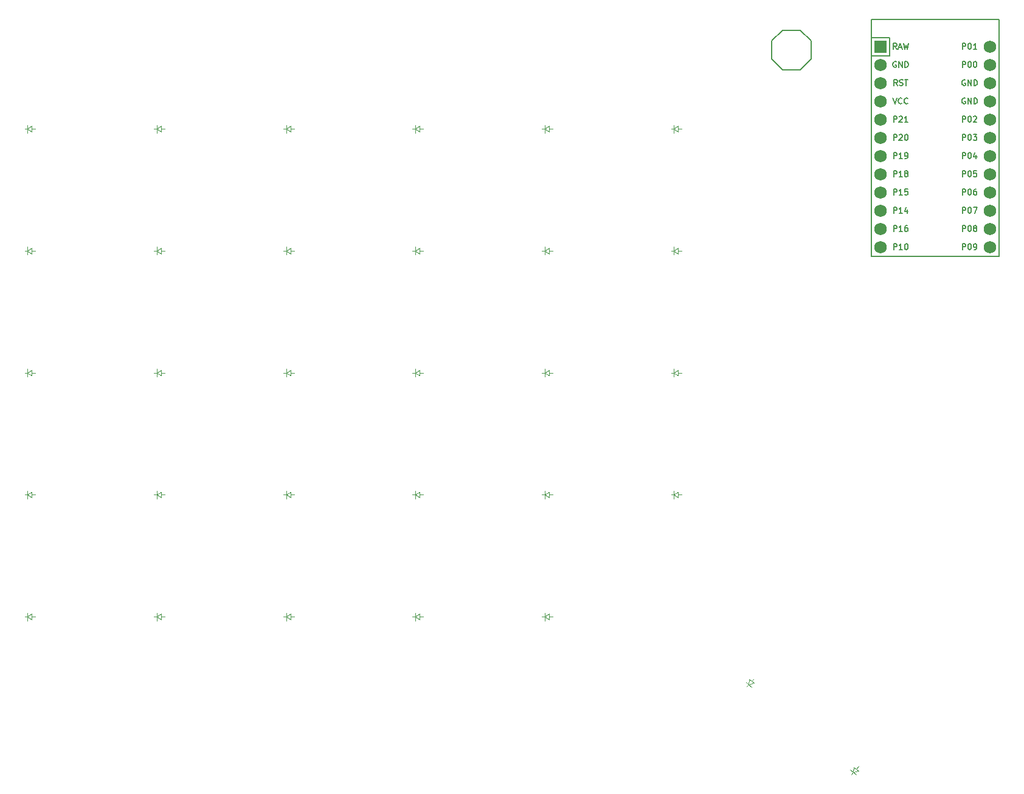
<source format=gbr>
%TF.GenerationSoftware,KiCad,Pcbnew,7.0.7-2.fc38*%
%TF.CreationDate,2023-08-26T22:09:36+08:00*%
%TF.ProjectId,split_keyboard_I,73706c69-745f-46b6-9579-626f6172645f,v1.0.0*%
%TF.SameCoordinates,Original*%
%TF.FileFunction,Legend,Top*%
%TF.FilePolarity,Positive*%
%FSLAX46Y46*%
G04 Gerber Fmt 4.6, Leading zero omitted, Abs format (unit mm)*
G04 Created by KiCad (PCBNEW 7.0.7-2.fc38) date 2023-08-26 22:09:36*
%MOMM*%
%LPD*%
G01*
G04 APERTURE LIST*
%ADD10C,0.150000*%
%ADD11C,0.100000*%
%ADD12R,1.752600X1.752600*%
%ADD13C,1.752600*%
G04 APERTURE END LIST*
D10*
X279828571Y-96212295D02*
X279828571Y-95412295D01*
X279828571Y-95412295D02*
X280133333Y-95412295D01*
X280133333Y-95412295D02*
X280209523Y-95450390D01*
X280209523Y-95450390D02*
X280247618Y-95488485D01*
X280247618Y-95488485D02*
X280285714Y-95564676D01*
X280285714Y-95564676D02*
X280285714Y-95678961D01*
X280285714Y-95678961D02*
X280247618Y-95755152D01*
X280247618Y-95755152D02*
X280209523Y-95793247D01*
X280209523Y-95793247D02*
X280133333Y-95831342D01*
X280133333Y-95831342D02*
X279828571Y-95831342D01*
X280780952Y-95412295D02*
X280857142Y-95412295D01*
X280857142Y-95412295D02*
X280933333Y-95450390D01*
X280933333Y-95450390D02*
X280971428Y-95488485D01*
X280971428Y-95488485D02*
X281009523Y-95564676D01*
X281009523Y-95564676D02*
X281047618Y-95717057D01*
X281047618Y-95717057D02*
X281047618Y-95907533D01*
X281047618Y-95907533D02*
X281009523Y-96059914D01*
X281009523Y-96059914D02*
X280971428Y-96136104D01*
X280971428Y-96136104D02*
X280933333Y-96174200D01*
X280933333Y-96174200D02*
X280857142Y-96212295D01*
X280857142Y-96212295D02*
X280780952Y-96212295D01*
X280780952Y-96212295D02*
X280704761Y-96174200D01*
X280704761Y-96174200D02*
X280666666Y-96136104D01*
X280666666Y-96136104D02*
X280628571Y-96059914D01*
X280628571Y-96059914D02*
X280590475Y-95907533D01*
X280590475Y-95907533D02*
X280590475Y-95717057D01*
X280590475Y-95717057D02*
X280628571Y-95564676D01*
X280628571Y-95564676D02*
X280666666Y-95488485D01*
X280666666Y-95488485D02*
X280704761Y-95450390D01*
X280704761Y-95450390D02*
X280780952Y-95412295D01*
X281733333Y-95412295D02*
X281580952Y-95412295D01*
X281580952Y-95412295D02*
X281504761Y-95450390D01*
X281504761Y-95450390D02*
X281466666Y-95488485D01*
X281466666Y-95488485D02*
X281390476Y-95602771D01*
X281390476Y-95602771D02*
X281352380Y-95755152D01*
X281352380Y-95755152D02*
X281352380Y-96059914D01*
X281352380Y-96059914D02*
X281390476Y-96136104D01*
X281390476Y-96136104D02*
X281428571Y-96174200D01*
X281428571Y-96174200D02*
X281504761Y-96212295D01*
X281504761Y-96212295D02*
X281657142Y-96212295D01*
X281657142Y-96212295D02*
X281733333Y-96174200D01*
X281733333Y-96174200D02*
X281771428Y-96136104D01*
X281771428Y-96136104D02*
X281809523Y-96059914D01*
X281809523Y-96059914D02*
X281809523Y-95869438D01*
X281809523Y-95869438D02*
X281771428Y-95793247D01*
X281771428Y-95793247D02*
X281733333Y-95755152D01*
X281733333Y-95755152D02*
X281657142Y-95717057D01*
X281657142Y-95717057D02*
X281504761Y-95717057D01*
X281504761Y-95717057D02*
X281428571Y-95755152D01*
X281428571Y-95755152D02*
X281390476Y-95793247D01*
X281390476Y-95793247D02*
X281352380Y-95869438D01*
X270647619Y-75892295D02*
X270380952Y-75511342D01*
X270190476Y-75892295D02*
X270190476Y-75092295D01*
X270190476Y-75092295D02*
X270495238Y-75092295D01*
X270495238Y-75092295D02*
X270571428Y-75130390D01*
X270571428Y-75130390D02*
X270609523Y-75168485D01*
X270609523Y-75168485D02*
X270647619Y-75244676D01*
X270647619Y-75244676D02*
X270647619Y-75358961D01*
X270647619Y-75358961D02*
X270609523Y-75435152D01*
X270609523Y-75435152D02*
X270571428Y-75473247D01*
X270571428Y-75473247D02*
X270495238Y-75511342D01*
X270495238Y-75511342D02*
X270190476Y-75511342D01*
X270952380Y-75663723D02*
X271333333Y-75663723D01*
X270876190Y-75892295D02*
X271142857Y-75092295D01*
X271142857Y-75092295D02*
X271409523Y-75892295D01*
X271599999Y-75092295D02*
X271790475Y-75892295D01*
X271790475Y-75892295D02*
X271942856Y-75320866D01*
X271942856Y-75320866D02*
X272095237Y-75892295D01*
X272095237Y-75892295D02*
X272285714Y-75092295D01*
X279828571Y-86052295D02*
X279828571Y-85252295D01*
X279828571Y-85252295D02*
X280133333Y-85252295D01*
X280133333Y-85252295D02*
X280209523Y-85290390D01*
X280209523Y-85290390D02*
X280247618Y-85328485D01*
X280247618Y-85328485D02*
X280285714Y-85404676D01*
X280285714Y-85404676D02*
X280285714Y-85518961D01*
X280285714Y-85518961D02*
X280247618Y-85595152D01*
X280247618Y-85595152D02*
X280209523Y-85633247D01*
X280209523Y-85633247D02*
X280133333Y-85671342D01*
X280133333Y-85671342D02*
X279828571Y-85671342D01*
X280780952Y-85252295D02*
X280857142Y-85252295D01*
X280857142Y-85252295D02*
X280933333Y-85290390D01*
X280933333Y-85290390D02*
X280971428Y-85328485D01*
X280971428Y-85328485D02*
X281009523Y-85404676D01*
X281009523Y-85404676D02*
X281047618Y-85557057D01*
X281047618Y-85557057D02*
X281047618Y-85747533D01*
X281047618Y-85747533D02*
X281009523Y-85899914D01*
X281009523Y-85899914D02*
X280971428Y-85976104D01*
X280971428Y-85976104D02*
X280933333Y-86014200D01*
X280933333Y-86014200D02*
X280857142Y-86052295D01*
X280857142Y-86052295D02*
X280780952Y-86052295D01*
X280780952Y-86052295D02*
X280704761Y-86014200D01*
X280704761Y-86014200D02*
X280666666Y-85976104D01*
X280666666Y-85976104D02*
X280628571Y-85899914D01*
X280628571Y-85899914D02*
X280590475Y-85747533D01*
X280590475Y-85747533D02*
X280590475Y-85557057D01*
X280590475Y-85557057D02*
X280628571Y-85404676D01*
X280628571Y-85404676D02*
X280666666Y-85328485D01*
X280666666Y-85328485D02*
X280704761Y-85290390D01*
X280704761Y-85290390D02*
X280780952Y-85252295D01*
X281352380Y-85328485D02*
X281390476Y-85290390D01*
X281390476Y-85290390D02*
X281466666Y-85252295D01*
X281466666Y-85252295D02*
X281657142Y-85252295D01*
X281657142Y-85252295D02*
X281733333Y-85290390D01*
X281733333Y-85290390D02*
X281771428Y-85328485D01*
X281771428Y-85328485D02*
X281809523Y-85404676D01*
X281809523Y-85404676D02*
X281809523Y-85480866D01*
X281809523Y-85480866D02*
X281771428Y-85595152D01*
X281771428Y-85595152D02*
X281314285Y-86052295D01*
X281314285Y-86052295D02*
X281809523Y-86052295D01*
X279828571Y-75892295D02*
X279828571Y-75092295D01*
X279828571Y-75092295D02*
X280133333Y-75092295D01*
X280133333Y-75092295D02*
X280209523Y-75130390D01*
X280209523Y-75130390D02*
X280247618Y-75168485D01*
X280247618Y-75168485D02*
X280285714Y-75244676D01*
X280285714Y-75244676D02*
X280285714Y-75358961D01*
X280285714Y-75358961D02*
X280247618Y-75435152D01*
X280247618Y-75435152D02*
X280209523Y-75473247D01*
X280209523Y-75473247D02*
X280133333Y-75511342D01*
X280133333Y-75511342D02*
X279828571Y-75511342D01*
X280780952Y-75092295D02*
X280857142Y-75092295D01*
X280857142Y-75092295D02*
X280933333Y-75130390D01*
X280933333Y-75130390D02*
X280971428Y-75168485D01*
X280971428Y-75168485D02*
X281009523Y-75244676D01*
X281009523Y-75244676D02*
X281047618Y-75397057D01*
X281047618Y-75397057D02*
X281047618Y-75587533D01*
X281047618Y-75587533D02*
X281009523Y-75739914D01*
X281009523Y-75739914D02*
X280971428Y-75816104D01*
X280971428Y-75816104D02*
X280933333Y-75854200D01*
X280933333Y-75854200D02*
X280857142Y-75892295D01*
X280857142Y-75892295D02*
X280780952Y-75892295D01*
X280780952Y-75892295D02*
X280704761Y-75854200D01*
X280704761Y-75854200D02*
X280666666Y-75816104D01*
X280666666Y-75816104D02*
X280628571Y-75739914D01*
X280628571Y-75739914D02*
X280590475Y-75587533D01*
X280590475Y-75587533D02*
X280590475Y-75397057D01*
X280590475Y-75397057D02*
X280628571Y-75244676D01*
X280628571Y-75244676D02*
X280666666Y-75168485D01*
X280666666Y-75168485D02*
X280704761Y-75130390D01*
X280704761Y-75130390D02*
X280780952Y-75092295D01*
X281809523Y-75892295D02*
X281352380Y-75892295D01*
X281580952Y-75892295D02*
X281580952Y-75092295D01*
X281580952Y-75092295D02*
X281504761Y-75206580D01*
X281504761Y-75206580D02*
X281428571Y-75282771D01*
X281428571Y-75282771D02*
X281352380Y-75320866D01*
X270228571Y-91132295D02*
X270228571Y-90332295D01*
X270228571Y-90332295D02*
X270533333Y-90332295D01*
X270533333Y-90332295D02*
X270609523Y-90370390D01*
X270609523Y-90370390D02*
X270647618Y-90408485D01*
X270647618Y-90408485D02*
X270685714Y-90484676D01*
X270685714Y-90484676D02*
X270685714Y-90598961D01*
X270685714Y-90598961D02*
X270647618Y-90675152D01*
X270647618Y-90675152D02*
X270609523Y-90713247D01*
X270609523Y-90713247D02*
X270533333Y-90751342D01*
X270533333Y-90751342D02*
X270228571Y-90751342D01*
X271447618Y-91132295D02*
X270990475Y-91132295D01*
X271219047Y-91132295D02*
X271219047Y-90332295D01*
X271219047Y-90332295D02*
X271142856Y-90446580D01*
X271142856Y-90446580D02*
X271066666Y-90522771D01*
X271066666Y-90522771D02*
X270990475Y-90560866D01*
X271828571Y-91132295D02*
X271980952Y-91132295D01*
X271980952Y-91132295D02*
X272057142Y-91094200D01*
X272057142Y-91094200D02*
X272095238Y-91056104D01*
X272095238Y-91056104D02*
X272171428Y-90941819D01*
X272171428Y-90941819D02*
X272209523Y-90789438D01*
X272209523Y-90789438D02*
X272209523Y-90484676D01*
X272209523Y-90484676D02*
X272171428Y-90408485D01*
X272171428Y-90408485D02*
X272133333Y-90370390D01*
X272133333Y-90370390D02*
X272057142Y-90332295D01*
X272057142Y-90332295D02*
X271904761Y-90332295D01*
X271904761Y-90332295D02*
X271828571Y-90370390D01*
X271828571Y-90370390D02*
X271790476Y-90408485D01*
X271790476Y-90408485D02*
X271752380Y-90484676D01*
X271752380Y-90484676D02*
X271752380Y-90675152D01*
X271752380Y-90675152D02*
X271790476Y-90751342D01*
X271790476Y-90751342D02*
X271828571Y-90789438D01*
X271828571Y-90789438D02*
X271904761Y-90827533D01*
X271904761Y-90827533D02*
X272057142Y-90827533D01*
X272057142Y-90827533D02*
X272133333Y-90789438D01*
X272133333Y-90789438D02*
X272171428Y-90751342D01*
X272171428Y-90751342D02*
X272209523Y-90675152D01*
X279828571Y-93672295D02*
X279828571Y-92872295D01*
X279828571Y-92872295D02*
X280133333Y-92872295D01*
X280133333Y-92872295D02*
X280209523Y-92910390D01*
X280209523Y-92910390D02*
X280247618Y-92948485D01*
X280247618Y-92948485D02*
X280285714Y-93024676D01*
X280285714Y-93024676D02*
X280285714Y-93138961D01*
X280285714Y-93138961D02*
X280247618Y-93215152D01*
X280247618Y-93215152D02*
X280209523Y-93253247D01*
X280209523Y-93253247D02*
X280133333Y-93291342D01*
X280133333Y-93291342D02*
X279828571Y-93291342D01*
X280780952Y-92872295D02*
X280857142Y-92872295D01*
X280857142Y-92872295D02*
X280933333Y-92910390D01*
X280933333Y-92910390D02*
X280971428Y-92948485D01*
X280971428Y-92948485D02*
X281009523Y-93024676D01*
X281009523Y-93024676D02*
X281047618Y-93177057D01*
X281047618Y-93177057D02*
X281047618Y-93367533D01*
X281047618Y-93367533D02*
X281009523Y-93519914D01*
X281009523Y-93519914D02*
X280971428Y-93596104D01*
X280971428Y-93596104D02*
X280933333Y-93634200D01*
X280933333Y-93634200D02*
X280857142Y-93672295D01*
X280857142Y-93672295D02*
X280780952Y-93672295D01*
X280780952Y-93672295D02*
X280704761Y-93634200D01*
X280704761Y-93634200D02*
X280666666Y-93596104D01*
X280666666Y-93596104D02*
X280628571Y-93519914D01*
X280628571Y-93519914D02*
X280590475Y-93367533D01*
X280590475Y-93367533D02*
X280590475Y-93177057D01*
X280590475Y-93177057D02*
X280628571Y-93024676D01*
X280628571Y-93024676D02*
X280666666Y-92948485D01*
X280666666Y-92948485D02*
X280704761Y-92910390D01*
X280704761Y-92910390D02*
X280780952Y-92872295D01*
X281771428Y-92872295D02*
X281390476Y-92872295D01*
X281390476Y-92872295D02*
X281352380Y-93253247D01*
X281352380Y-93253247D02*
X281390476Y-93215152D01*
X281390476Y-93215152D02*
X281466666Y-93177057D01*
X281466666Y-93177057D02*
X281657142Y-93177057D01*
X281657142Y-93177057D02*
X281733333Y-93215152D01*
X281733333Y-93215152D02*
X281771428Y-93253247D01*
X281771428Y-93253247D02*
X281809523Y-93329438D01*
X281809523Y-93329438D02*
X281809523Y-93519914D01*
X281809523Y-93519914D02*
X281771428Y-93596104D01*
X281771428Y-93596104D02*
X281733333Y-93634200D01*
X281733333Y-93634200D02*
X281657142Y-93672295D01*
X281657142Y-93672295D02*
X281466666Y-93672295D01*
X281466666Y-93672295D02*
X281390476Y-93634200D01*
X281390476Y-93634200D02*
X281352380Y-93596104D01*
X270228571Y-93672295D02*
X270228571Y-92872295D01*
X270228571Y-92872295D02*
X270533333Y-92872295D01*
X270533333Y-92872295D02*
X270609523Y-92910390D01*
X270609523Y-92910390D02*
X270647618Y-92948485D01*
X270647618Y-92948485D02*
X270685714Y-93024676D01*
X270685714Y-93024676D02*
X270685714Y-93138961D01*
X270685714Y-93138961D02*
X270647618Y-93215152D01*
X270647618Y-93215152D02*
X270609523Y-93253247D01*
X270609523Y-93253247D02*
X270533333Y-93291342D01*
X270533333Y-93291342D02*
X270228571Y-93291342D01*
X271447618Y-93672295D02*
X270990475Y-93672295D01*
X271219047Y-93672295D02*
X271219047Y-92872295D01*
X271219047Y-92872295D02*
X271142856Y-92986580D01*
X271142856Y-92986580D02*
X271066666Y-93062771D01*
X271066666Y-93062771D02*
X270990475Y-93100866D01*
X271904761Y-93215152D02*
X271828571Y-93177057D01*
X271828571Y-93177057D02*
X271790476Y-93138961D01*
X271790476Y-93138961D02*
X271752380Y-93062771D01*
X271752380Y-93062771D02*
X271752380Y-93024676D01*
X271752380Y-93024676D02*
X271790476Y-92948485D01*
X271790476Y-92948485D02*
X271828571Y-92910390D01*
X271828571Y-92910390D02*
X271904761Y-92872295D01*
X271904761Y-92872295D02*
X272057142Y-92872295D01*
X272057142Y-92872295D02*
X272133333Y-92910390D01*
X272133333Y-92910390D02*
X272171428Y-92948485D01*
X272171428Y-92948485D02*
X272209523Y-93024676D01*
X272209523Y-93024676D02*
X272209523Y-93062771D01*
X272209523Y-93062771D02*
X272171428Y-93138961D01*
X272171428Y-93138961D02*
X272133333Y-93177057D01*
X272133333Y-93177057D02*
X272057142Y-93215152D01*
X272057142Y-93215152D02*
X271904761Y-93215152D01*
X271904761Y-93215152D02*
X271828571Y-93253247D01*
X271828571Y-93253247D02*
X271790476Y-93291342D01*
X271790476Y-93291342D02*
X271752380Y-93367533D01*
X271752380Y-93367533D02*
X271752380Y-93519914D01*
X271752380Y-93519914D02*
X271790476Y-93596104D01*
X271790476Y-93596104D02*
X271828571Y-93634200D01*
X271828571Y-93634200D02*
X271904761Y-93672295D01*
X271904761Y-93672295D02*
X272057142Y-93672295D01*
X272057142Y-93672295D02*
X272133333Y-93634200D01*
X272133333Y-93634200D02*
X272171428Y-93596104D01*
X272171428Y-93596104D02*
X272209523Y-93519914D01*
X272209523Y-93519914D02*
X272209523Y-93367533D01*
X272209523Y-93367533D02*
X272171428Y-93291342D01*
X272171428Y-93291342D02*
X272133333Y-93253247D01*
X272133333Y-93253247D02*
X272057142Y-93215152D01*
X279828571Y-78432295D02*
X279828571Y-77632295D01*
X279828571Y-77632295D02*
X280133333Y-77632295D01*
X280133333Y-77632295D02*
X280209523Y-77670390D01*
X280209523Y-77670390D02*
X280247618Y-77708485D01*
X280247618Y-77708485D02*
X280285714Y-77784676D01*
X280285714Y-77784676D02*
X280285714Y-77898961D01*
X280285714Y-77898961D02*
X280247618Y-77975152D01*
X280247618Y-77975152D02*
X280209523Y-78013247D01*
X280209523Y-78013247D02*
X280133333Y-78051342D01*
X280133333Y-78051342D02*
X279828571Y-78051342D01*
X280780952Y-77632295D02*
X280857142Y-77632295D01*
X280857142Y-77632295D02*
X280933333Y-77670390D01*
X280933333Y-77670390D02*
X280971428Y-77708485D01*
X280971428Y-77708485D02*
X281009523Y-77784676D01*
X281009523Y-77784676D02*
X281047618Y-77937057D01*
X281047618Y-77937057D02*
X281047618Y-78127533D01*
X281047618Y-78127533D02*
X281009523Y-78279914D01*
X281009523Y-78279914D02*
X280971428Y-78356104D01*
X280971428Y-78356104D02*
X280933333Y-78394200D01*
X280933333Y-78394200D02*
X280857142Y-78432295D01*
X280857142Y-78432295D02*
X280780952Y-78432295D01*
X280780952Y-78432295D02*
X280704761Y-78394200D01*
X280704761Y-78394200D02*
X280666666Y-78356104D01*
X280666666Y-78356104D02*
X280628571Y-78279914D01*
X280628571Y-78279914D02*
X280590475Y-78127533D01*
X280590475Y-78127533D02*
X280590475Y-77937057D01*
X280590475Y-77937057D02*
X280628571Y-77784676D01*
X280628571Y-77784676D02*
X280666666Y-77708485D01*
X280666666Y-77708485D02*
X280704761Y-77670390D01*
X280704761Y-77670390D02*
X280780952Y-77632295D01*
X281542857Y-77632295D02*
X281619047Y-77632295D01*
X281619047Y-77632295D02*
X281695238Y-77670390D01*
X281695238Y-77670390D02*
X281733333Y-77708485D01*
X281733333Y-77708485D02*
X281771428Y-77784676D01*
X281771428Y-77784676D02*
X281809523Y-77937057D01*
X281809523Y-77937057D02*
X281809523Y-78127533D01*
X281809523Y-78127533D02*
X281771428Y-78279914D01*
X281771428Y-78279914D02*
X281733333Y-78356104D01*
X281733333Y-78356104D02*
X281695238Y-78394200D01*
X281695238Y-78394200D02*
X281619047Y-78432295D01*
X281619047Y-78432295D02*
X281542857Y-78432295D01*
X281542857Y-78432295D02*
X281466666Y-78394200D01*
X281466666Y-78394200D02*
X281428571Y-78356104D01*
X281428571Y-78356104D02*
X281390476Y-78279914D01*
X281390476Y-78279914D02*
X281352380Y-78127533D01*
X281352380Y-78127533D02*
X281352380Y-77937057D01*
X281352380Y-77937057D02*
X281390476Y-77784676D01*
X281390476Y-77784676D02*
X281428571Y-77708485D01*
X281428571Y-77708485D02*
X281466666Y-77670390D01*
X281466666Y-77670390D02*
X281542857Y-77632295D01*
X270133333Y-82712295D02*
X270400000Y-83512295D01*
X270400000Y-83512295D02*
X270666666Y-82712295D01*
X271390476Y-83436104D02*
X271352380Y-83474200D01*
X271352380Y-83474200D02*
X271238095Y-83512295D01*
X271238095Y-83512295D02*
X271161904Y-83512295D01*
X271161904Y-83512295D02*
X271047618Y-83474200D01*
X271047618Y-83474200D02*
X270971428Y-83398009D01*
X270971428Y-83398009D02*
X270933333Y-83321819D01*
X270933333Y-83321819D02*
X270895237Y-83169438D01*
X270895237Y-83169438D02*
X270895237Y-83055152D01*
X270895237Y-83055152D02*
X270933333Y-82902771D01*
X270933333Y-82902771D02*
X270971428Y-82826580D01*
X270971428Y-82826580D02*
X271047618Y-82750390D01*
X271047618Y-82750390D02*
X271161904Y-82712295D01*
X271161904Y-82712295D02*
X271238095Y-82712295D01*
X271238095Y-82712295D02*
X271352380Y-82750390D01*
X271352380Y-82750390D02*
X271390476Y-82788485D01*
X272190476Y-83436104D02*
X272152380Y-83474200D01*
X272152380Y-83474200D02*
X272038095Y-83512295D01*
X272038095Y-83512295D02*
X271961904Y-83512295D01*
X271961904Y-83512295D02*
X271847618Y-83474200D01*
X271847618Y-83474200D02*
X271771428Y-83398009D01*
X271771428Y-83398009D02*
X271733333Y-83321819D01*
X271733333Y-83321819D02*
X271695237Y-83169438D01*
X271695237Y-83169438D02*
X271695237Y-83055152D01*
X271695237Y-83055152D02*
X271733333Y-82902771D01*
X271733333Y-82902771D02*
X271771428Y-82826580D01*
X271771428Y-82826580D02*
X271847618Y-82750390D01*
X271847618Y-82750390D02*
X271961904Y-82712295D01*
X271961904Y-82712295D02*
X272038095Y-82712295D01*
X272038095Y-82712295D02*
X272152380Y-82750390D01*
X272152380Y-82750390D02*
X272190476Y-82788485D01*
X280190476Y-82750390D02*
X280114286Y-82712295D01*
X280114286Y-82712295D02*
X280000000Y-82712295D01*
X280000000Y-82712295D02*
X279885714Y-82750390D01*
X279885714Y-82750390D02*
X279809524Y-82826580D01*
X279809524Y-82826580D02*
X279771429Y-82902771D01*
X279771429Y-82902771D02*
X279733333Y-83055152D01*
X279733333Y-83055152D02*
X279733333Y-83169438D01*
X279733333Y-83169438D02*
X279771429Y-83321819D01*
X279771429Y-83321819D02*
X279809524Y-83398009D01*
X279809524Y-83398009D02*
X279885714Y-83474200D01*
X279885714Y-83474200D02*
X280000000Y-83512295D01*
X280000000Y-83512295D02*
X280076191Y-83512295D01*
X280076191Y-83512295D02*
X280190476Y-83474200D01*
X280190476Y-83474200D02*
X280228572Y-83436104D01*
X280228572Y-83436104D02*
X280228572Y-83169438D01*
X280228572Y-83169438D02*
X280076191Y-83169438D01*
X280571429Y-83512295D02*
X280571429Y-82712295D01*
X280571429Y-82712295D02*
X281028572Y-83512295D01*
X281028572Y-83512295D02*
X281028572Y-82712295D01*
X281409524Y-83512295D02*
X281409524Y-82712295D01*
X281409524Y-82712295D02*
X281600000Y-82712295D01*
X281600000Y-82712295D02*
X281714286Y-82750390D01*
X281714286Y-82750390D02*
X281790476Y-82826580D01*
X281790476Y-82826580D02*
X281828571Y-82902771D01*
X281828571Y-82902771D02*
X281866667Y-83055152D01*
X281866667Y-83055152D02*
X281866667Y-83169438D01*
X281866667Y-83169438D02*
X281828571Y-83321819D01*
X281828571Y-83321819D02*
X281790476Y-83398009D01*
X281790476Y-83398009D02*
X281714286Y-83474200D01*
X281714286Y-83474200D02*
X281600000Y-83512295D01*
X281600000Y-83512295D02*
X281409524Y-83512295D01*
X270228571Y-103832295D02*
X270228571Y-103032295D01*
X270228571Y-103032295D02*
X270533333Y-103032295D01*
X270533333Y-103032295D02*
X270609523Y-103070390D01*
X270609523Y-103070390D02*
X270647618Y-103108485D01*
X270647618Y-103108485D02*
X270685714Y-103184676D01*
X270685714Y-103184676D02*
X270685714Y-103298961D01*
X270685714Y-103298961D02*
X270647618Y-103375152D01*
X270647618Y-103375152D02*
X270609523Y-103413247D01*
X270609523Y-103413247D02*
X270533333Y-103451342D01*
X270533333Y-103451342D02*
X270228571Y-103451342D01*
X271447618Y-103832295D02*
X270990475Y-103832295D01*
X271219047Y-103832295D02*
X271219047Y-103032295D01*
X271219047Y-103032295D02*
X271142856Y-103146580D01*
X271142856Y-103146580D02*
X271066666Y-103222771D01*
X271066666Y-103222771D02*
X270990475Y-103260866D01*
X271942857Y-103032295D02*
X272019047Y-103032295D01*
X272019047Y-103032295D02*
X272095238Y-103070390D01*
X272095238Y-103070390D02*
X272133333Y-103108485D01*
X272133333Y-103108485D02*
X272171428Y-103184676D01*
X272171428Y-103184676D02*
X272209523Y-103337057D01*
X272209523Y-103337057D02*
X272209523Y-103527533D01*
X272209523Y-103527533D02*
X272171428Y-103679914D01*
X272171428Y-103679914D02*
X272133333Y-103756104D01*
X272133333Y-103756104D02*
X272095238Y-103794200D01*
X272095238Y-103794200D02*
X272019047Y-103832295D01*
X272019047Y-103832295D02*
X271942857Y-103832295D01*
X271942857Y-103832295D02*
X271866666Y-103794200D01*
X271866666Y-103794200D02*
X271828571Y-103756104D01*
X271828571Y-103756104D02*
X271790476Y-103679914D01*
X271790476Y-103679914D02*
X271752380Y-103527533D01*
X271752380Y-103527533D02*
X271752380Y-103337057D01*
X271752380Y-103337057D02*
X271790476Y-103184676D01*
X271790476Y-103184676D02*
X271828571Y-103108485D01*
X271828571Y-103108485D02*
X271866666Y-103070390D01*
X271866666Y-103070390D02*
X271942857Y-103032295D01*
X270228571Y-101292295D02*
X270228571Y-100492295D01*
X270228571Y-100492295D02*
X270533333Y-100492295D01*
X270533333Y-100492295D02*
X270609523Y-100530390D01*
X270609523Y-100530390D02*
X270647618Y-100568485D01*
X270647618Y-100568485D02*
X270685714Y-100644676D01*
X270685714Y-100644676D02*
X270685714Y-100758961D01*
X270685714Y-100758961D02*
X270647618Y-100835152D01*
X270647618Y-100835152D02*
X270609523Y-100873247D01*
X270609523Y-100873247D02*
X270533333Y-100911342D01*
X270533333Y-100911342D02*
X270228571Y-100911342D01*
X271447618Y-101292295D02*
X270990475Y-101292295D01*
X271219047Y-101292295D02*
X271219047Y-100492295D01*
X271219047Y-100492295D02*
X271142856Y-100606580D01*
X271142856Y-100606580D02*
X271066666Y-100682771D01*
X271066666Y-100682771D02*
X270990475Y-100720866D01*
X272133333Y-100492295D02*
X271980952Y-100492295D01*
X271980952Y-100492295D02*
X271904761Y-100530390D01*
X271904761Y-100530390D02*
X271866666Y-100568485D01*
X271866666Y-100568485D02*
X271790476Y-100682771D01*
X271790476Y-100682771D02*
X271752380Y-100835152D01*
X271752380Y-100835152D02*
X271752380Y-101139914D01*
X271752380Y-101139914D02*
X271790476Y-101216104D01*
X271790476Y-101216104D02*
X271828571Y-101254200D01*
X271828571Y-101254200D02*
X271904761Y-101292295D01*
X271904761Y-101292295D02*
X272057142Y-101292295D01*
X272057142Y-101292295D02*
X272133333Y-101254200D01*
X272133333Y-101254200D02*
X272171428Y-101216104D01*
X272171428Y-101216104D02*
X272209523Y-101139914D01*
X272209523Y-101139914D02*
X272209523Y-100949438D01*
X272209523Y-100949438D02*
X272171428Y-100873247D01*
X272171428Y-100873247D02*
X272133333Y-100835152D01*
X272133333Y-100835152D02*
X272057142Y-100797057D01*
X272057142Y-100797057D02*
X271904761Y-100797057D01*
X271904761Y-100797057D02*
X271828571Y-100835152D01*
X271828571Y-100835152D02*
X271790476Y-100873247D01*
X271790476Y-100873247D02*
X271752380Y-100949438D01*
X279828571Y-103832295D02*
X279828571Y-103032295D01*
X279828571Y-103032295D02*
X280133333Y-103032295D01*
X280133333Y-103032295D02*
X280209523Y-103070390D01*
X280209523Y-103070390D02*
X280247618Y-103108485D01*
X280247618Y-103108485D02*
X280285714Y-103184676D01*
X280285714Y-103184676D02*
X280285714Y-103298961D01*
X280285714Y-103298961D02*
X280247618Y-103375152D01*
X280247618Y-103375152D02*
X280209523Y-103413247D01*
X280209523Y-103413247D02*
X280133333Y-103451342D01*
X280133333Y-103451342D02*
X279828571Y-103451342D01*
X280780952Y-103032295D02*
X280857142Y-103032295D01*
X280857142Y-103032295D02*
X280933333Y-103070390D01*
X280933333Y-103070390D02*
X280971428Y-103108485D01*
X280971428Y-103108485D02*
X281009523Y-103184676D01*
X281009523Y-103184676D02*
X281047618Y-103337057D01*
X281047618Y-103337057D02*
X281047618Y-103527533D01*
X281047618Y-103527533D02*
X281009523Y-103679914D01*
X281009523Y-103679914D02*
X280971428Y-103756104D01*
X280971428Y-103756104D02*
X280933333Y-103794200D01*
X280933333Y-103794200D02*
X280857142Y-103832295D01*
X280857142Y-103832295D02*
X280780952Y-103832295D01*
X280780952Y-103832295D02*
X280704761Y-103794200D01*
X280704761Y-103794200D02*
X280666666Y-103756104D01*
X280666666Y-103756104D02*
X280628571Y-103679914D01*
X280628571Y-103679914D02*
X280590475Y-103527533D01*
X280590475Y-103527533D02*
X280590475Y-103337057D01*
X280590475Y-103337057D02*
X280628571Y-103184676D01*
X280628571Y-103184676D02*
X280666666Y-103108485D01*
X280666666Y-103108485D02*
X280704761Y-103070390D01*
X280704761Y-103070390D02*
X280780952Y-103032295D01*
X281428571Y-103832295D02*
X281580952Y-103832295D01*
X281580952Y-103832295D02*
X281657142Y-103794200D01*
X281657142Y-103794200D02*
X281695238Y-103756104D01*
X281695238Y-103756104D02*
X281771428Y-103641819D01*
X281771428Y-103641819D02*
X281809523Y-103489438D01*
X281809523Y-103489438D02*
X281809523Y-103184676D01*
X281809523Y-103184676D02*
X281771428Y-103108485D01*
X281771428Y-103108485D02*
X281733333Y-103070390D01*
X281733333Y-103070390D02*
X281657142Y-103032295D01*
X281657142Y-103032295D02*
X281504761Y-103032295D01*
X281504761Y-103032295D02*
X281428571Y-103070390D01*
X281428571Y-103070390D02*
X281390476Y-103108485D01*
X281390476Y-103108485D02*
X281352380Y-103184676D01*
X281352380Y-103184676D02*
X281352380Y-103375152D01*
X281352380Y-103375152D02*
X281390476Y-103451342D01*
X281390476Y-103451342D02*
X281428571Y-103489438D01*
X281428571Y-103489438D02*
X281504761Y-103527533D01*
X281504761Y-103527533D02*
X281657142Y-103527533D01*
X281657142Y-103527533D02*
X281733333Y-103489438D01*
X281733333Y-103489438D02*
X281771428Y-103451342D01*
X281771428Y-103451342D02*
X281809523Y-103375152D01*
X270590476Y-77670390D02*
X270514286Y-77632295D01*
X270514286Y-77632295D02*
X270400000Y-77632295D01*
X270400000Y-77632295D02*
X270285714Y-77670390D01*
X270285714Y-77670390D02*
X270209524Y-77746580D01*
X270209524Y-77746580D02*
X270171429Y-77822771D01*
X270171429Y-77822771D02*
X270133333Y-77975152D01*
X270133333Y-77975152D02*
X270133333Y-78089438D01*
X270133333Y-78089438D02*
X270171429Y-78241819D01*
X270171429Y-78241819D02*
X270209524Y-78318009D01*
X270209524Y-78318009D02*
X270285714Y-78394200D01*
X270285714Y-78394200D02*
X270400000Y-78432295D01*
X270400000Y-78432295D02*
X270476191Y-78432295D01*
X270476191Y-78432295D02*
X270590476Y-78394200D01*
X270590476Y-78394200D02*
X270628572Y-78356104D01*
X270628572Y-78356104D02*
X270628572Y-78089438D01*
X270628572Y-78089438D02*
X270476191Y-78089438D01*
X270971429Y-78432295D02*
X270971429Y-77632295D01*
X270971429Y-77632295D02*
X271428572Y-78432295D01*
X271428572Y-78432295D02*
X271428572Y-77632295D01*
X271809524Y-78432295D02*
X271809524Y-77632295D01*
X271809524Y-77632295D02*
X272000000Y-77632295D01*
X272000000Y-77632295D02*
X272114286Y-77670390D01*
X272114286Y-77670390D02*
X272190476Y-77746580D01*
X272190476Y-77746580D02*
X272228571Y-77822771D01*
X272228571Y-77822771D02*
X272266667Y-77975152D01*
X272266667Y-77975152D02*
X272266667Y-78089438D01*
X272266667Y-78089438D02*
X272228571Y-78241819D01*
X272228571Y-78241819D02*
X272190476Y-78318009D01*
X272190476Y-78318009D02*
X272114286Y-78394200D01*
X272114286Y-78394200D02*
X272000000Y-78432295D01*
X272000000Y-78432295D02*
X271809524Y-78432295D01*
X279828571Y-88592295D02*
X279828571Y-87792295D01*
X279828571Y-87792295D02*
X280133333Y-87792295D01*
X280133333Y-87792295D02*
X280209523Y-87830390D01*
X280209523Y-87830390D02*
X280247618Y-87868485D01*
X280247618Y-87868485D02*
X280285714Y-87944676D01*
X280285714Y-87944676D02*
X280285714Y-88058961D01*
X280285714Y-88058961D02*
X280247618Y-88135152D01*
X280247618Y-88135152D02*
X280209523Y-88173247D01*
X280209523Y-88173247D02*
X280133333Y-88211342D01*
X280133333Y-88211342D02*
X279828571Y-88211342D01*
X280780952Y-87792295D02*
X280857142Y-87792295D01*
X280857142Y-87792295D02*
X280933333Y-87830390D01*
X280933333Y-87830390D02*
X280971428Y-87868485D01*
X280971428Y-87868485D02*
X281009523Y-87944676D01*
X281009523Y-87944676D02*
X281047618Y-88097057D01*
X281047618Y-88097057D02*
X281047618Y-88287533D01*
X281047618Y-88287533D02*
X281009523Y-88439914D01*
X281009523Y-88439914D02*
X280971428Y-88516104D01*
X280971428Y-88516104D02*
X280933333Y-88554200D01*
X280933333Y-88554200D02*
X280857142Y-88592295D01*
X280857142Y-88592295D02*
X280780952Y-88592295D01*
X280780952Y-88592295D02*
X280704761Y-88554200D01*
X280704761Y-88554200D02*
X280666666Y-88516104D01*
X280666666Y-88516104D02*
X280628571Y-88439914D01*
X280628571Y-88439914D02*
X280590475Y-88287533D01*
X280590475Y-88287533D02*
X280590475Y-88097057D01*
X280590475Y-88097057D02*
X280628571Y-87944676D01*
X280628571Y-87944676D02*
X280666666Y-87868485D01*
X280666666Y-87868485D02*
X280704761Y-87830390D01*
X280704761Y-87830390D02*
X280780952Y-87792295D01*
X281314285Y-87792295D02*
X281809523Y-87792295D01*
X281809523Y-87792295D02*
X281542857Y-88097057D01*
X281542857Y-88097057D02*
X281657142Y-88097057D01*
X281657142Y-88097057D02*
X281733333Y-88135152D01*
X281733333Y-88135152D02*
X281771428Y-88173247D01*
X281771428Y-88173247D02*
X281809523Y-88249438D01*
X281809523Y-88249438D02*
X281809523Y-88439914D01*
X281809523Y-88439914D02*
X281771428Y-88516104D01*
X281771428Y-88516104D02*
X281733333Y-88554200D01*
X281733333Y-88554200D02*
X281657142Y-88592295D01*
X281657142Y-88592295D02*
X281428571Y-88592295D01*
X281428571Y-88592295D02*
X281352380Y-88554200D01*
X281352380Y-88554200D02*
X281314285Y-88516104D01*
X270228571Y-96212295D02*
X270228571Y-95412295D01*
X270228571Y-95412295D02*
X270533333Y-95412295D01*
X270533333Y-95412295D02*
X270609523Y-95450390D01*
X270609523Y-95450390D02*
X270647618Y-95488485D01*
X270647618Y-95488485D02*
X270685714Y-95564676D01*
X270685714Y-95564676D02*
X270685714Y-95678961D01*
X270685714Y-95678961D02*
X270647618Y-95755152D01*
X270647618Y-95755152D02*
X270609523Y-95793247D01*
X270609523Y-95793247D02*
X270533333Y-95831342D01*
X270533333Y-95831342D02*
X270228571Y-95831342D01*
X271447618Y-96212295D02*
X270990475Y-96212295D01*
X271219047Y-96212295D02*
X271219047Y-95412295D01*
X271219047Y-95412295D02*
X271142856Y-95526580D01*
X271142856Y-95526580D02*
X271066666Y-95602771D01*
X271066666Y-95602771D02*
X270990475Y-95640866D01*
X272171428Y-95412295D02*
X271790476Y-95412295D01*
X271790476Y-95412295D02*
X271752380Y-95793247D01*
X271752380Y-95793247D02*
X271790476Y-95755152D01*
X271790476Y-95755152D02*
X271866666Y-95717057D01*
X271866666Y-95717057D02*
X272057142Y-95717057D01*
X272057142Y-95717057D02*
X272133333Y-95755152D01*
X272133333Y-95755152D02*
X272171428Y-95793247D01*
X272171428Y-95793247D02*
X272209523Y-95869438D01*
X272209523Y-95869438D02*
X272209523Y-96059914D01*
X272209523Y-96059914D02*
X272171428Y-96136104D01*
X272171428Y-96136104D02*
X272133333Y-96174200D01*
X272133333Y-96174200D02*
X272057142Y-96212295D01*
X272057142Y-96212295D02*
X271866666Y-96212295D01*
X271866666Y-96212295D02*
X271790476Y-96174200D01*
X271790476Y-96174200D02*
X271752380Y-96136104D01*
X270228571Y-86052295D02*
X270228571Y-85252295D01*
X270228571Y-85252295D02*
X270533333Y-85252295D01*
X270533333Y-85252295D02*
X270609523Y-85290390D01*
X270609523Y-85290390D02*
X270647618Y-85328485D01*
X270647618Y-85328485D02*
X270685714Y-85404676D01*
X270685714Y-85404676D02*
X270685714Y-85518961D01*
X270685714Y-85518961D02*
X270647618Y-85595152D01*
X270647618Y-85595152D02*
X270609523Y-85633247D01*
X270609523Y-85633247D02*
X270533333Y-85671342D01*
X270533333Y-85671342D02*
X270228571Y-85671342D01*
X270990475Y-85328485D02*
X271028571Y-85290390D01*
X271028571Y-85290390D02*
X271104761Y-85252295D01*
X271104761Y-85252295D02*
X271295237Y-85252295D01*
X271295237Y-85252295D02*
X271371428Y-85290390D01*
X271371428Y-85290390D02*
X271409523Y-85328485D01*
X271409523Y-85328485D02*
X271447618Y-85404676D01*
X271447618Y-85404676D02*
X271447618Y-85480866D01*
X271447618Y-85480866D02*
X271409523Y-85595152D01*
X271409523Y-85595152D02*
X270952380Y-86052295D01*
X270952380Y-86052295D02*
X271447618Y-86052295D01*
X272209523Y-86052295D02*
X271752380Y-86052295D01*
X271980952Y-86052295D02*
X271980952Y-85252295D01*
X271980952Y-85252295D02*
X271904761Y-85366580D01*
X271904761Y-85366580D02*
X271828571Y-85442771D01*
X271828571Y-85442771D02*
X271752380Y-85480866D01*
X279828571Y-101292295D02*
X279828571Y-100492295D01*
X279828571Y-100492295D02*
X280133333Y-100492295D01*
X280133333Y-100492295D02*
X280209523Y-100530390D01*
X280209523Y-100530390D02*
X280247618Y-100568485D01*
X280247618Y-100568485D02*
X280285714Y-100644676D01*
X280285714Y-100644676D02*
X280285714Y-100758961D01*
X280285714Y-100758961D02*
X280247618Y-100835152D01*
X280247618Y-100835152D02*
X280209523Y-100873247D01*
X280209523Y-100873247D02*
X280133333Y-100911342D01*
X280133333Y-100911342D02*
X279828571Y-100911342D01*
X280780952Y-100492295D02*
X280857142Y-100492295D01*
X280857142Y-100492295D02*
X280933333Y-100530390D01*
X280933333Y-100530390D02*
X280971428Y-100568485D01*
X280971428Y-100568485D02*
X281009523Y-100644676D01*
X281009523Y-100644676D02*
X281047618Y-100797057D01*
X281047618Y-100797057D02*
X281047618Y-100987533D01*
X281047618Y-100987533D02*
X281009523Y-101139914D01*
X281009523Y-101139914D02*
X280971428Y-101216104D01*
X280971428Y-101216104D02*
X280933333Y-101254200D01*
X280933333Y-101254200D02*
X280857142Y-101292295D01*
X280857142Y-101292295D02*
X280780952Y-101292295D01*
X280780952Y-101292295D02*
X280704761Y-101254200D01*
X280704761Y-101254200D02*
X280666666Y-101216104D01*
X280666666Y-101216104D02*
X280628571Y-101139914D01*
X280628571Y-101139914D02*
X280590475Y-100987533D01*
X280590475Y-100987533D02*
X280590475Y-100797057D01*
X280590475Y-100797057D02*
X280628571Y-100644676D01*
X280628571Y-100644676D02*
X280666666Y-100568485D01*
X280666666Y-100568485D02*
X280704761Y-100530390D01*
X280704761Y-100530390D02*
X280780952Y-100492295D01*
X281504761Y-100835152D02*
X281428571Y-100797057D01*
X281428571Y-100797057D02*
X281390476Y-100758961D01*
X281390476Y-100758961D02*
X281352380Y-100682771D01*
X281352380Y-100682771D02*
X281352380Y-100644676D01*
X281352380Y-100644676D02*
X281390476Y-100568485D01*
X281390476Y-100568485D02*
X281428571Y-100530390D01*
X281428571Y-100530390D02*
X281504761Y-100492295D01*
X281504761Y-100492295D02*
X281657142Y-100492295D01*
X281657142Y-100492295D02*
X281733333Y-100530390D01*
X281733333Y-100530390D02*
X281771428Y-100568485D01*
X281771428Y-100568485D02*
X281809523Y-100644676D01*
X281809523Y-100644676D02*
X281809523Y-100682771D01*
X281809523Y-100682771D02*
X281771428Y-100758961D01*
X281771428Y-100758961D02*
X281733333Y-100797057D01*
X281733333Y-100797057D02*
X281657142Y-100835152D01*
X281657142Y-100835152D02*
X281504761Y-100835152D01*
X281504761Y-100835152D02*
X281428571Y-100873247D01*
X281428571Y-100873247D02*
X281390476Y-100911342D01*
X281390476Y-100911342D02*
X281352380Y-100987533D01*
X281352380Y-100987533D02*
X281352380Y-101139914D01*
X281352380Y-101139914D02*
X281390476Y-101216104D01*
X281390476Y-101216104D02*
X281428571Y-101254200D01*
X281428571Y-101254200D02*
X281504761Y-101292295D01*
X281504761Y-101292295D02*
X281657142Y-101292295D01*
X281657142Y-101292295D02*
X281733333Y-101254200D01*
X281733333Y-101254200D02*
X281771428Y-101216104D01*
X281771428Y-101216104D02*
X281809523Y-101139914D01*
X281809523Y-101139914D02*
X281809523Y-100987533D01*
X281809523Y-100987533D02*
X281771428Y-100911342D01*
X281771428Y-100911342D02*
X281733333Y-100873247D01*
X281733333Y-100873247D02*
X281657142Y-100835152D01*
X279828571Y-98752295D02*
X279828571Y-97952295D01*
X279828571Y-97952295D02*
X280133333Y-97952295D01*
X280133333Y-97952295D02*
X280209523Y-97990390D01*
X280209523Y-97990390D02*
X280247618Y-98028485D01*
X280247618Y-98028485D02*
X280285714Y-98104676D01*
X280285714Y-98104676D02*
X280285714Y-98218961D01*
X280285714Y-98218961D02*
X280247618Y-98295152D01*
X280247618Y-98295152D02*
X280209523Y-98333247D01*
X280209523Y-98333247D02*
X280133333Y-98371342D01*
X280133333Y-98371342D02*
X279828571Y-98371342D01*
X280780952Y-97952295D02*
X280857142Y-97952295D01*
X280857142Y-97952295D02*
X280933333Y-97990390D01*
X280933333Y-97990390D02*
X280971428Y-98028485D01*
X280971428Y-98028485D02*
X281009523Y-98104676D01*
X281009523Y-98104676D02*
X281047618Y-98257057D01*
X281047618Y-98257057D02*
X281047618Y-98447533D01*
X281047618Y-98447533D02*
X281009523Y-98599914D01*
X281009523Y-98599914D02*
X280971428Y-98676104D01*
X280971428Y-98676104D02*
X280933333Y-98714200D01*
X280933333Y-98714200D02*
X280857142Y-98752295D01*
X280857142Y-98752295D02*
X280780952Y-98752295D01*
X280780952Y-98752295D02*
X280704761Y-98714200D01*
X280704761Y-98714200D02*
X280666666Y-98676104D01*
X280666666Y-98676104D02*
X280628571Y-98599914D01*
X280628571Y-98599914D02*
X280590475Y-98447533D01*
X280590475Y-98447533D02*
X280590475Y-98257057D01*
X280590475Y-98257057D02*
X280628571Y-98104676D01*
X280628571Y-98104676D02*
X280666666Y-98028485D01*
X280666666Y-98028485D02*
X280704761Y-97990390D01*
X280704761Y-97990390D02*
X280780952Y-97952295D01*
X281314285Y-97952295D02*
X281847619Y-97952295D01*
X281847619Y-97952295D02*
X281504761Y-98752295D01*
X270228571Y-88592295D02*
X270228571Y-87792295D01*
X270228571Y-87792295D02*
X270533333Y-87792295D01*
X270533333Y-87792295D02*
X270609523Y-87830390D01*
X270609523Y-87830390D02*
X270647618Y-87868485D01*
X270647618Y-87868485D02*
X270685714Y-87944676D01*
X270685714Y-87944676D02*
X270685714Y-88058961D01*
X270685714Y-88058961D02*
X270647618Y-88135152D01*
X270647618Y-88135152D02*
X270609523Y-88173247D01*
X270609523Y-88173247D02*
X270533333Y-88211342D01*
X270533333Y-88211342D02*
X270228571Y-88211342D01*
X270990475Y-87868485D02*
X271028571Y-87830390D01*
X271028571Y-87830390D02*
X271104761Y-87792295D01*
X271104761Y-87792295D02*
X271295237Y-87792295D01*
X271295237Y-87792295D02*
X271371428Y-87830390D01*
X271371428Y-87830390D02*
X271409523Y-87868485D01*
X271409523Y-87868485D02*
X271447618Y-87944676D01*
X271447618Y-87944676D02*
X271447618Y-88020866D01*
X271447618Y-88020866D02*
X271409523Y-88135152D01*
X271409523Y-88135152D02*
X270952380Y-88592295D01*
X270952380Y-88592295D02*
X271447618Y-88592295D01*
X271942857Y-87792295D02*
X272019047Y-87792295D01*
X272019047Y-87792295D02*
X272095238Y-87830390D01*
X272095238Y-87830390D02*
X272133333Y-87868485D01*
X272133333Y-87868485D02*
X272171428Y-87944676D01*
X272171428Y-87944676D02*
X272209523Y-88097057D01*
X272209523Y-88097057D02*
X272209523Y-88287533D01*
X272209523Y-88287533D02*
X272171428Y-88439914D01*
X272171428Y-88439914D02*
X272133333Y-88516104D01*
X272133333Y-88516104D02*
X272095238Y-88554200D01*
X272095238Y-88554200D02*
X272019047Y-88592295D01*
X272019047Y-88592295D02*
X271942857Y-88592295D01*
X271942857Y-88592295D02*
X271866666Y-88554200D01*
X271866666Y-88554200D02*
X271828571Y-88516104D01*
X271828571Y-88516104D02*
X271790476Y-88439914D01*
X271790476Y-88439914D02*
X271752380Y-88287533D01*
X271752380Y-88287533D02*
X271752380Y-88097057D01*
X271752380Y-88097057D02*
X271790476Y-87944676D01*
X271790476Y-87944676D02*
X271828571Y-87868485D01*
X271828571Y-87868485D02*
X271866666Y-87830390D01*
X271866666Y-87830390D02*
X271942857Y-87792295D01*
X280190476Y-80210390D02*
X280114286Y-80172295D01*
X280114286Y-80172295D02*
X280000000Y-80172295D01*
X280000000Y-80172295D02*
X279885714Y-80210390D01*
X279885714Y-80210390D02*
X279809524Y-80286580D01*
X279809524Y-80286580D02*
X279771429Y-80362771D01*
X279771429Y-80362771D02*
X279733333Y-80515152D01*
X279733333Y-80515152D02*
X279733333Y-80629438D01*
X279733333Y-80629438D02*
X279771429Y-80781819D01*
X279771429Y-80781819D02*
X279809524Y-80858009D01*
X279809524Y-80858009D02*
X279885714Y-80934200D01*
X279885714Y-80934200D02*
X280000000Y-80972295D01*
X280000000Y-80972295D02*
X280076191Y-80972295D01*
X280076191Y-80972295D02*
X280190476Y-80934200D01*
X280190476Y-80934200D02*
X280228572Y-80896104D01*
X280228572Y-80896104D02*
X280228572Y-80629438D01*
X280228572Y-80629438D02*
X280076191Y-80629438D01*
X280571429Y-80972295D02*
X280571429Y-80172295D01*
X280571429Y-80172295D02*
X281028572Y-80972295D01*
X281028572Y-80972295D02*
X281028572Y-80172295D01*
X281409524Y-80972295D02*
X281409524Y-80172295D01*
X281409524Y-80172295D02*
X281600000Y-80172295D01*
X281600000Y-80172295D02*
X281714286Y-80210390D01*
X281714286Y-80210390D02*
X281790476Y-80286580D01*
X281790476Y-80286580D02*
X281828571Y-80362771D01*
X281828571Y-80362771D02*
X281866667Y-80515152D01*
X281866667Y-80515152D02*
X281866667Y-80629438D01*
X281866667Y-80629438D02*
X281828571Y-80781819D01*
X281828571Y-80781819D02*
X281790476Y-80858009D01*
X281790476Y-80858009D02*
X281714286Y-80934200D01*
X281714286Y-80934200D02*
X281600000Y-80972295D01*
X281600000Y-80972295D02*
X281409524Y-80972295D01*
X279828571Y-91132295D02*
X279828571Y-90332295D01*
X279828571Y-90332295D02*
X280133333Y-90332295D01*
X280133333Y-90332295D02*
X280209523Y-90370390D01*
X280209523Y-90370390D02*
X280247618Y-90408485D01*
X280247618Y-90408485D02*
X280285714Y-90484676D01*
X280285714Y-90484676D02*
X280285714Y-90598961D01*
X280285714Y-90598961D02*
X280247618Y-90675152D01*
X280247618Y-90675152D02*
X280209523Y-90713247D01*
X280209523Y-90713247D02*
X280133333Y-90751342D01*
X280133333Y-90751342D02*
X279828571Y-90751342D01*
X280780952Y-90332295D02*
X280857142Y-90332295D01*
X280857142Y-90332295D02*
X280933333Y-90370390D01*
X280933333Y-90370390D02*
X280971428Y-90408485D01*
X280971428Y-90408485D02*
X281009523Y-90484676D01*
X281009523Y-90484676D02*
X281047618Y-90637057D01*
X281047618Y-90637057D02*
X281047618Y-90827533D01*
X281047618Y-90827533D02*
X281009523Y-90979914D01*
X281009523Y-90979914D02*
X280971428Y-91056104D01*
X280971428Y-91056104D02*
X280933333Y-91094200D01*
X280933333Y-91094200D02*
X280857142Y-91132295D01*
X280857142Y-91132295D02*
X280780952Y-91132295D01*
X280780952Y-91132295D02*
X280704761Y-91094200D01*
X280704761Y-91094200D02*
X280666666Y-91056104D01*
X280666666Y-91056104D02*
X280628571Y-90979914D01*
X280628571Y-90979914D02*
X280590475Y-90827533D01*
X280590475Y-90827533D02*
X280590475Y-90637057D01*
X280590475Y-90637057D02*
X280628571Y-90484676D01*
X280628571Y-90484676D02*
X280666666Y-90408485D01*
X280666666Y-90408485D02*
X280704761Y-90370390D01*
X280704761Y-90370390D02*
X280780952Y-90332295D01*
X281733333Y-90598961D02*
X281733333Y-91132295D01*
X281542857Y-90294200D02*
X281352380Y-90865628D01*
X281352380Y-90865628D02*
X281847619Y-90865628D01*
X270761905Y-80972295D02*
X270495238Y-80591342D01*
X270304762Y-80972295D02*
X270304762Y-80172295D01*
X270304762Y-80172295D02*
X270609524Y-80172295D01*
X270609524Y-80172295D02*
X270685714Y-80210390D01*
X270685714Y-80210390D02*
X270723809Y-80248485D01*
X270723809Y-80248485D02*
X270761905Y-80324676D01*
X270761905Y-80324676D02*
X270761905Y-80438961D01*
X270761905Y-80438961D02*
X270723809Y-80515152D01*
X270723809Y-80515152D02*
X270685714Y-80553247D01*
X270685714Y-80553247D02*
X270609524Y-80591342D01*
X270609524Y-80591342D02*
X270304762Y-80591342D01*
X271066666Y-80934200D02*
X271180952Y-80972295D01*
X271180952Y-80972295D02*
X271371428Y-80972295D01*
X271371428Y-80972295D02*
X271447619Y-80934200D01*
X271447619Y-80934200D02*
X271485714Y-80896104D01*
X271485714Y-80896104D02*
X271523809Y-80819914D01*
X271523809Y-80819914D02*
X271523809Y-80743723D01*
X271523809Y-80743723D02*
X271485714Y-80667533D01*
X271485714Y-80667533D02*
X271447619Y-80629438D01*
X271447619Y-80629438D02*
X271371428Y-80591342D01*
X271371428Y-80591342D02*
X271219047Y-80553247D01*
X271219047Y-80553247D02*
X271142857Y-80515152D01*
X271142857Y-80515152D02*
X271104762Y-80477057D01*
X271104762Y-80477057D02*
X271066666Y-80400866D01*
X271066666Y-80400866D02*
X271066666Y-80324676D01*
X271066666Y-80324676D02*
X271104762Y-80248485D01*
X271104762Y-80248485D02*
X271142857Y-80210390D01*
X271142857Y-80210390D02*
X271219047Y-80172295D01*
X271219047Y-80172295D02*
X271409524Y-80172295D01*
X271409524Y-80172295D02*
X271523809Y-80210390D01*
X271752381Y-80172295D02*
X272209524Y-80172295D01*
X271980952Y-80972295D02*
X271980952Y-80172295D01*
X270228571Y-98752295D02*
X270228571Y-97952295D01*
X270228571Y-97952295D02*
X270533333Y-97952295D01*
X270533333Y-97952295D02*
X270609523Y-97990390D01*
X270609523Y-97990390D02*
X270647618Y-98028485D01*
X270647618Y-98028485D02*
X270685714Y-98104676D01*
X270685714Y-98104676D02*
X270685714Y-98218961D01*
X270685714Y-98218961D02*
X270647618Y-98295152D01*
X270647618Y-98295152D02*
X270609523Y-98333247D01*
X270609523Y-98333247D02*
X270533333Y-98371342D01*
X270533333Y-98371342D02*
X270228571Y-98371342D01*
X271447618Y-98752295D02*
X270990475Y-98752295D01*
X271219047Y-98752295D02*
X271219047Y-97952295D01*
X271219047Y-97952295D02*
X271142856Y-98066580D01*
X271142856Y-98066580D02*
X271066666Y-98142771D01*
X271066666Y-98142771D02*
X270990475Y-98180866D01*
X272133333Y-98218961D02*
X272133333Y-98752295D01*
X271942857Y-97914200D02*
X271752380Y-98485628D01*
X271752380Y-98485628D02*
X272247619Y-98485628D01*
%TO.C,B1*%
X258750000Y-77250000D02*
X257250000Y-78750000D01*
X258750000Y-74750000D02*
X258750000Y-77250000D01*
X258750000Y-74750000D02*
X257250000Y-73250000D01*
X254750000Y-78750000D02*
X257250000Y-78750000D01*
X254750000Y-73250000D02*
X257250000Y-73250000D01*
X253250000Y-77250000D02*
X254750000Y-78750000D01*
X253250000Y-74750000D02*
X254750000Y-73250000D01*
X253250000Y-74750000D02*
X253250000Y-77250000D01*
D11*
%TO.C,D27*%
X239250000Y-121000000D02*
X239650000Y-121000000D01*
X239650000Y-121000000D02*
X239650000Y-120450000D01*
X239650000Y-121000000D02*
X239650000Y-121550000D01*
X239650000Y-121000000D02*
X240250000Y-120600000D01*
X240250000Y-120600000D02*
X240250000Y-121400000D01*
X240250000Y-121000000D02*
X240750000Y-121000000D01*
X240250000Y-121400000D02*
X239650000Y-121000000D01*
%TO.C,D2*%
X149250000Y-138000000D02*
X149650000Y-138000000D01*
X149650000Y-138000000D02*
X149650000Y-137450000D01*
X149650000Y-138000000D02*
X149650000Y-138550000D01*
X149650000Y-138000000D02*
X150250000Y-137600000D01*
X150250000Y-137600000D02*
X150250000Y-138400000D01*
X150250000Y-138000000D02*
X150750000Y-138000000D01*
X150250000Y-138400000D02*
X149650000Y-138000000D01*
%TO.C,D23*%
X221250000Y-121000000D02*
X221650000Y-121000000D01*
X221650000Y-121000000D02*
X221650000Y-120450000D01*
X221650000Y-121000000D02*
X221650000Y-121550000D01*
X221650000Y-121000000D02*
X222250000Y-120600000D01*
X222250000Y-120600000D02*
X222250000Y-121400000D01*
X222250000Y-121000000D02*
X222750000Y-121000000D01*
X222250000Y-121400000D02*
X221650000Y-121000000D01*
%TO.C,D28*%
X239250000Y-104000000D02*
X239650000Y-104000000D01*
X239650000Y-104000000D02*
X239650000Y-103450000D01*
X239650000Y-104000000D02*
X239650000Y-104550000D01*
X239650000Y-104000000D02*
X240250000Y-103600000D01*
X240250000Y-103600000D02*
X240250000Y-104400000D01*
X240250000Y-104000000D02*
X240750000Y-104000000D01*
X240250000Y-104400000D02*
X239650000Y-104000000D01*
%TO.C,D10*%
X167250000Y-87000000D02*
X167650000Y-87000000D01*
X167650000Y-87000000D02*
X167650000Y-86450000D01*
X167650000Y-87000000D02*
X167650000Y-87550000D01*
X167650000Y-87000000D02*
X168250000Y-86600000D01*
X168250000Y-86600000D02*
X168250000Y-87400000D01*
X168250000Y-87000000D02*
X168750000Y-87000000D01*
X168250000Y-87400000D02*
X167650000Y-87000000D01*
%TO.C,D20*%
X203250000Y-87000000D02*
X203650000Y-87000000D01*
X203650000Y-87000000D02*
X203650000Y-86450000D01*
X203650000Y-87000000D02*
X203650000Y-87550000D01*
X203650000Y-87000000D02*
X204250000Y-86600000D01*
X204250000Y-86600000D02*
X204250000Y-87400000D01*
X204250000Y-87000000D02*
X204750000Y-87000000D01*
X204250000Y-87400000D02*
X203650000Y-87000000D01*
%TO.C,D15*%
X185250000Y-87000000D02*
X185650000Y-87000000D01*
X185650000Y-87000000D02*
X185650000Y-86450000D01*
X185650000Y-87000000D02*
X185650000Y-87550000D01*
X185650000Y-87000000D02*
X186250000Y-86600000D01*
X186250000Y-86600000D02*
X186250000Y-87400000D01*
X186250000Y-87000000D02*
X186750000Y-87000000D01*
X186250000Y-87400000D02*
X185650000Y-87000000D01*
%TO.C,D24*%
X221250000Y-104000000D02*
X221650000Y-104000000D01*
X221650000Y-104000000D02*
X221650000Y-103450000D01*
X221650000Y-104000000D02*
X221650000Y-104550000D01*
X221650000Y-104000000D02*
X222250000Y-103600000D01*
X222250000Y-103600000D02*
X222250000Y-104400000D01*
X222250000Y-104000000D02*
X222750000Y-104000000D01*
X222250000Y-104400000D02*
X221650000Y-104000000D01*
%TO.C,D6*%
X167250000Y-155000000D02*
X167650000Y-155000000D01*
X167650000Y-155000000D02*
X167650000Y-154450000D01*
X167650000Y-155000000D02*
X167650000Y-155550000D01*
X167650000Y-155000000D02*
X168250000Y-154600000D01*
X168250000Y-154600000D02*
X168250000Y-155400000D01*
X168250000Y-155000000D02*
X168750000Y-155000000D01*
X168250000Y-155400000D02*
X167650000Y-155000000D01*
%TO.C,D7*%
X167250000Y-138000000D02*
X167650000Y-138000000D01*
X167650000Y-138000000D02*
X167650000Y-137450000D01*
X167650000Y-138000000D02*
X167650000Y-138550000D01*
X167650000Y-138000000D02*
X168250000Y-137600000D01*
X168250000Y-137600000D02*
X168250000Y-138400000D01*
X168250000Y-138000000D02*
X168750000Y-138000000D01*
X168250000Y-138400000D02*
X167650000Y-138000000D01*
%TO.C,D11*%
X185250000Y-155000000D02*
X185650000Y-155000000D01*
X185650000Y-155000000D02*
X185650000Y-154450000D01*
X185650000Y-155000000D02*
X185650000Y-155550000D01*
X185650000Y-155000000D02*
X186250000Y-154600000D01*
X186250000Y-154600000D02*
X186250000Y-155400000D01*
X186250000Y-155000000D02*
X186750000Y-155000000D01*
X186250000Y-155400000D02*
X185650000Y-155000000D01*
%TO.C,D1*%
X149250000Y-155000000D02*
X149650000Y-155000000D01*
X149650000Y-155000000D02*
X149650000Y-154450000D01*
X149650000Y-155000000D02*
X149650000Y-155550000D01*
X149650000Y-155000000D02*
X150250000Y-154600000D01*
X150250000Y-154600000D02*
X150250000Y-155400000D01*
X150250000Y-155000000D02*
X150750000Y-155000000D01*
X150250000Y-155400000D02*
X149650000Y-155000000D01*
%TO.C,D25*%
X221250000Y-87000000D02*
X221650000Y-87000000D01*
X221650000Y-87000000D02*
X221650000Y-86450000D01*
X221650000Y-87000000D02*
X221650000Y-87550000D01*
X221650000Y-87000000D02*
X222250000Y-86600000D01*
X222250000Y-86600000D02*
X222250000Y-87400000D01*
X222250000Y-87000000D02*
X222750000Y-87000000D01*
X222250000Y-87400000D02*
X221650000Y-87000000D01*
%TO.C,D30*%
X249813304Y-164762941D02*
X250070419Y-164456524D01*
X250070419Y-164456524D02*
X249649095Y-164102990D01*
X250070419Y-164456524D02*
X250491744Y-164810057D01*
X250070419Y-164456524D02*
X250149674Y-163739782D01*
X250149674Y-163739782D02*
X250762510Y-164254012D01*
X250456092Y-163996897D02*
X250777486Y-163613875D01*
X250762510Y-164254012D02*
X250070419Y-164456524D01*
%TO.C,D8*%
X167250000Y-121000000D02*
X167650000Y-121000000D01*
X167650000Y-121000000D02*
X167650000Y-120450000D01*
X167650000Y-121000000D02*
X167650000Y-121550000D01*
X167650000Y-121000000D02*
X168250000Y-120600000D01*
X168250000Y-120600000D02*
X168250000Y-121400000D01*
X168250000Y-121000000D02*
X168750000Y-121000000D01*
X168250000Y-121400000D02*
X167650000Y-121000000D01*
%TO.C,D3*%
X149250000Y-121000000D02*
X149650000Y-121000000D01*
X149650000Y-121000000D02*
X149650000Y-120450000D01*
X149650000Y-121000000D02*
X149650000Y-121550000D01*
X149650000Y-121000000D02*
X150250000Y-120600000D01*
X150250000Y-120600000D02*
X150250000Y-121400000D01*
X150250000Y-121000000D02*
X150750000Y-121000000D01*
X150250000Y-121400000D02*
X149650000Y-121000000D01*
%TO.C,D31*%
X264368149Y-176975906D02*
X264625264Y-176669489D01*
X264625264Y-176669489D02*
X264203940Y-176315955D01*
X264625264Y-176669489D02*
X265046589Y-177023022D01*
X264625264Y-176669489D02*
X264704519Y-175952747D01*
X264704519Y-175952747D02*
X265317355Y-176466977D01*
X265010937Y-176209862D02*
X265332331Y-175826840D01*
X265317355Y-176466977D02*
X264625264Y-176669489D01*
%TO.C,D16*%
X203250000Y-155000000D02*
X203650000Y-155000000D01*
X203650000Y-155000000D02*
X203650000Y-154450000D01*
X203650000Y-155000000D02*
X203650000Y-155550000D01*
X203650000Y-155000000D02*
X204250000Y-154600000D01*
X204250000Y-154600000D02*
X204250000Y-155400000D01*
X204250000Y-155000000D02*
X204750000Y-155000000D01*
X204250000Y-155400000D02*
X203650000Y-155000000D01*
%TO.C,D14*%
X185250000Y-104000000D02*
X185650000Y-104000000D01*
X185650000Y-104000000D02*
X185650000Y-103450000D01*
X185650000Y-104000000D02*
X185650000Y-104550000D01*
X185650000Y-104000000D02*
X186250000Y-103600000D01*
X186250000Y-103600000D02*
X186250000Y-104400000D01*
X186250000Y-104000000D02*
X186750000Y-104000000D01*
X186250000Y-104400000D02*
X185650000Y-104000000D01*
%TO.C,D29*%
X239250000Y-87000000D02*
X239650000Y-87000000D01*
X239650000Y-87000000D02*
X239650000Y-86450000D01*
X239650000Y-87000000D02*
X239650000Y-87550000D01*
X239650000Y-87000000D02*
X240250000Y-86600000D01*
X240250000Y-86600000D02*
X240250000Y-87400000D01*
X240250000Y-87000000D02*
X240750000Y-87000000D01*
X240250000Y-87400000D02*
X239650000Y-87000000D01*
%TO.C,D4*%
X149250000Y-104000000D02*
X149650000Y-104000000D01*
X149650000Y-104000000D02*
X149650000Y-103450000D01*
X149650000Y-104000000D02*
X149650000Y-104550000D01*
X149650000Y-104000000D02*
X150250000Y-103600000D01*
X150250000Y-103600000D02*
X150250000Y-104400000D01*
X150250000Y-104000000D02*
X150750000Y-104000000D01*
X150250000Y-104400000D02*
X149650000Y-104000000D01*
%TO.C,D5*%
X149250000Y-87000000D02*
X149650000Y-87000000D01*
X149650000Y-87000000D02*
X149650000Y-86450000D01*
X149650000Y-87000000D02*
X149650000Y-87550000D01*
X149650000Y-87000000D02*
X150250000Y-86600000D01*
X150250000Y-86600000D02*
X150250000Y-87400000D01*
X150250000Y-87000000D02*
X150750000Y-87000000D01*
X150250000Y-87400000D02*
X149650000Y-87000000D01*
D10*
%TO.C,MCU1*%
X284890000Y-71720000D02*
X267110000Y-71720000D01*
X267110000Y-71720000D02*
X267110000Y-104740000D01*
X269650000Y-74260000D02*
X267110000Y-74260000D01*
X269650000Y-74260000D02*
X269650000Y-76800000D01*
X269650000Y-76800000D02*
X267110000Y-76800000D01*
X284890000Y-104740000D02*
X284890000Y-71720000D01*
X267110000Y-104740000D02*
X284890000Y-104740000D01*
D11*
%TO.C,D9*%
X167250000Y-104000000D02*
X167650000Y-104000000D01*
X167650000Y-104000000D02*
X167650000Y-103450000D01*
X167650000Y-104000000D02*
X167650000Y-104550000D01*
X167650000Y-104000000D02*
X168250000Y-103600000D01*
X168250000Y-103600000D02*
X168250000Y-104400000D01*
X168250000Y-104000000D02*
X168750000Y-104000000D01*
X168250000Y-104400000D02*
X167650000Y-104000000D01*
%TO.C,D19*%
X203250000Y-104000000D02*
X203650000Y-104000000D01*
X203650000Y-104000000D02*
X203650000Y-103450000D01*
X203650000Y-104000000D02*
X203650000Y-104550000D01*
X203650000Y-104000000D02*
X204250000Y-103600000D01*
X204250000Y-103600000D02*
X204250000Y-104400000D01*
X204250000Y-104000000D02*
X204750000Y-104000000D01*
X204250000Y-104400000D02*
X203650000Y-104000000D01*
%TO.C,D17*%
X203250000Y-138000000D02*
X203650000Y-138000000D01*
X203650000Y-138000000D02*
X203650000Y-137450000D01*
X203650000Y-138000000D02*
X203650000Y-138550000D01*
X203650000Y-138000000D02*
X204250000Y-137600000D01*
X204250000Y-137600000D02*
X204250000Y-138400000D01*
X204250000Y-138000000D02*
X204750000Y-138000000D01*
X204250000Y-138400000D02*
X203650000Y-138000000D01*
%TO.C,D21*%
X221250000Y-155000000D02*
X221650000Y-155000000D01*
X221650000Y-155000000D02*
X221650000Y-154450000D01*
X221650000Y-155000000D02*
X221650000Y-155550000D01*
X221650000Y-155000000D02*
X222250000Y-154600000D01*
X222250000Y-154600000D02*
X222250000Y-155400000D01*
X222250000Y-155000000D02*
X222750000Y-155000000D01*
X222250000Y-155400000D02*
X221650000Y-155000000D01*
%TO.C,D22*%
X221250000Y-138000000D02*
X221650000Y-138000000D01*
X221650000Y-138000000D02*
X221650000Y-137450000D01*
X221650000Y-138000000D02*
X221650000Y-138550000D01*
X221650000Y-138000000D02*
X222250000Y-137600000D01*
X222250000Y-137600000D02*
X222250000Y-138400000D01*
X222250000Y-138000000D02*
X222750000Y-138000000D01*
X222250000Y-138400000D02*
X221650000Y-138000000D01*
%TO.C,D13*%
X185250000Y-121000000D02*
X185650000Y-121000000D01*
X185650000Y-121000000D02*
X185650000Y-120450000D01*
X185650000Y-121000000D02*
X185650000Y-121550000D01*
X185650000Y-121000000D02*
X186250000Y-120600000D01*
X186250000Y-120600000D02*
X186250000Y-121400000D01*
X186250000Y-121000000D02*
X186750000Y-121000000D01*
X186250000Y-121400000D02*
X185650000Y-121000000D01*
%TO.C,D26*%
X239250000Y-138000000D02*
X239650000Y-138000000D01*
X239650000Y-138000000D02*
X239650000Y-137450000D01*
X239650000Y-138000000D02*
X239650000Y-138550000D01*
X239650000Y-138000000D02*
X240250000Y-137600000D01*
X240250000Y-137600000D02*
X240250000Y-138400000D01*
X240250000Y-138000000D02*
X240750000Y-138000000D01*
X240250000Y-138400000D02*
X239650000Y-138000000D01*
%TO.C,D12*%
X185250000Y-138000000D02*
X185650000Y-138000000D01*
X185650000Y-138000000D02*
X185650000Y-137450000D01*
X185650000Y-138000000D02*
X185650000Y-138550000D01*
X185650000Y-138000000D02*
X186250000Y-137600000D01*
X186250000Y-137600000D02*
X186250000Y-138400000D01*
X186250000Y-138000000D02*
X186750000Y-138000000D01*
X186250000Y-138400000D02*
X185650000Y-138000000D01*
%TO.C,D18*%
X203250000Y-121000000D02*
X203650000Y-121000000D01*
X203650000Y-121000000D02*
X203650000Y-120450000D01*
X203650000Y-121000000D02*
X203650000Y-121550000D01*
X203650000Y-121000000D02*
X204250000Y-120600000D01*
X204250000Y-120600000D02*
X204250000Y-121400000D01*
X204250000Y-121000000D02*
X204750000Y-121000000D01*
X204250000Y-121400000D02*
X203650000Y-121000000D01*
%TD*%
D12*
%TO.C,MCU1*%
X268380000Y-75530000D03*
D13*
X268380000Y-78070000D03*
X268380000Y-80610000D03*
X268380000Y-83150000D03*
X268380000Y-85690000D03*
X268380000Y-88230000D03*
X268380000Y-90770000D03*
X268380000Y-93310000D03*
X268380000Y-95850000D03*
X268380000Y-98390000D03*
X268380000Y-100930000D03*
X268380000Y-103470000D03*
X283620000Y-75530000D03*
X283620000Y-78070000D03*
X283620000Y-80610000D03*
X283620000Y-83150000D03*
X283620000Y-85690000D03*
X283620000Y-88230000D03*
X283620000Y-90770000D03*
X283620000Y-93310000D03*
X283620000Y-95850000D03*
X283620000Y-98390000D03*
X283620000Y-100930000D03*
X283620000Y-103470000D03*
%TD*%
M02*

</source>
